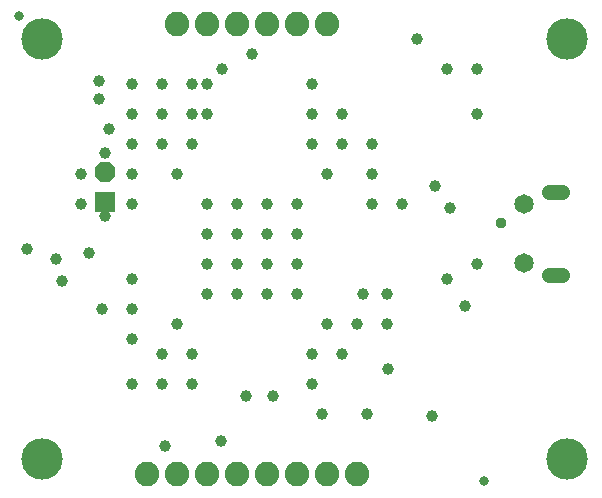
<source format=gbr>
G04 EAGLE Gerber RS-274X export*
G75*
%MOMM*%
%FSLAX34Y34*%
%LPD*%
%INSoldermask Bottom*%
%IPPOS*%
%AMOC8*
5,1,8,0,0,1.08239X$1,22.5*%
G01*
%ADD10C,3.505200*%
%ADD11C,0.838200*%
%ADD12C,2.082800*%
%ADD13C,1.653200*%
%ADD14C,1.311200*%
%ADD15R,1.727200X1.727200*%
%ADD16P,1.869504X8X202.500000*%
%ADD17C,0.990600*%
%ADD18C,0.959600*%


D10*
X190500Y762000D03*
X635000Y762000D03*
D11*
X565150Y387350D03*
X171450Y781050D03*
D10*
X190500Y406400D03*
X635000Y406400D03*
D12*
X304800Y774700D03*
X330200Y774700D03*
X355600Y774700D03*
X381000Y774700D03*
X406400Y774700D03*
X431800Y774700D03*
X457200Y393700D03*
X431800Y393700D03*
X406400Y393700D03*
X381000Y393700D03*
X355600Y393700D03*
X330200Y393700D03*
X304800Y393700D03*
X279400Y393700D03*
D13*
X598800Y571900D03*
X598800Y621900D03*
D14*
X620260Y561900D02*
X631340Y561900D01*
X631340Y631900D02*
X620260Y631900D01*
D15*
X243840Y623570D03*
D16*
X243840Y648970D03*
D17*
X177800Y584200D03*
X558800Y571500D03*
X520700Y442722D03*
X330200Y622300D03*
X355600Y622300D03*
X381000Y622300D03*
X406400Y622300D03*
X330200Y571500D03*
X355600Y571500D03*
X381000Y571500D03*
X406400Y571500D03*
X330200Y596900D03*
X355600Y596900D03*
X381000Y596900D03*
X406400Y596900D03*
X266700Y558800D03*
X266700Y533400D03*
X266700Y508000D03*
X292100Y495300D03*
X304800Y520700D03*
X431800Y520700D03*
X431800Y647700D03*
X304800Y647700D03*
X266700Y622300D03*
X266700Y647700D03*
X266700Y673100D03*
X292100Y673100D03*
X444500Y673100D03*
X469900Y673100D03*
X469900Y647700D03*
X469900Y622300D03*
X444500Y495300D03*
X419100Y495300D03*
X317500Y495300D03*
X317500Y673100D03*
X419100Y673100D03*
X508000Y762000D03*
X533400Y736600D03*
X558800Y736600D03*
X558800Y698500D03*
X330200Y546100D03*
X355600Y546100D03*
X381000Y546100D03*
X406400Y546100D03*
X330200Y698500D03*
X292100Y698500D03*
X266700Y698500D03*
X419100Y698500D03*
X444500Y698500D03*
X419100Y723900D03*
X457200Y520700D03*
X482600Y520700D03*
X482600Y546100D03*
X462280Y546100D03*
X533400Y558800D03*
X495300Y622300D03*
X330200Y723900D03*
X292100Y723900D03*
X266700Y723900D03*
X317500Y698500D03*
X317500Y723900D03*
X317500Y469900D03*
X292100Y469900D03*
X266700Y469900D03*
X241300Y533400D03*
X419100Y469900D03*
X223520Y647700D03*
X223520Y622300D03*
X243840Y665480D03*
X238760Y726440D03*
X238760Y711200D03*
X386080Y459740D03*
X363220Y459740D03*
X243840Y612140D03*
X523240Y637540D03*
D18*
X579120Y605790D03*
D17*
X465700Y444500D03*
X207518Y556768D03*
X483362Y482092D03*
X202438Y575056D03*
X427600Y444500D03*
X294894Y416814D03*
X368300Y749300D03*
X230124Y580644D03*
X247650Y685800D03*
X342900Y736600D03*
X342646Y421386D03*
X535940Y618490D03*
X548640Y535940D03*
M02*

</source>
